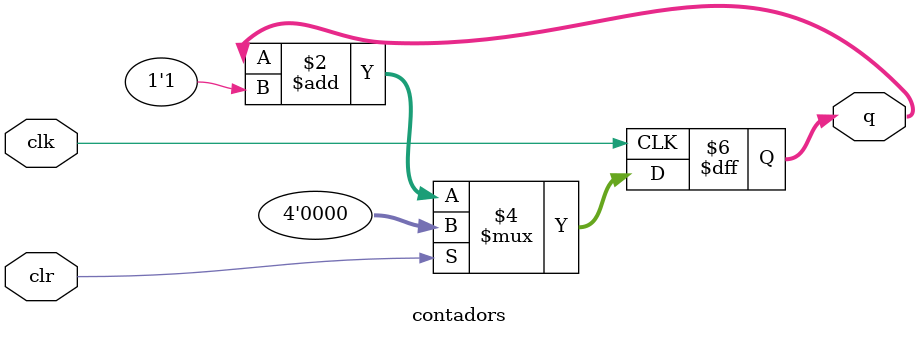
<source format=v>
module contadors (clk, clr, q);

    input clk, clr;
    output reg [3:0]q;

    always @ (posedge clk) begin
        if(clr)
            q = 0;
        else
            q = q + 1'b1;

    end

endmodule
</source>
